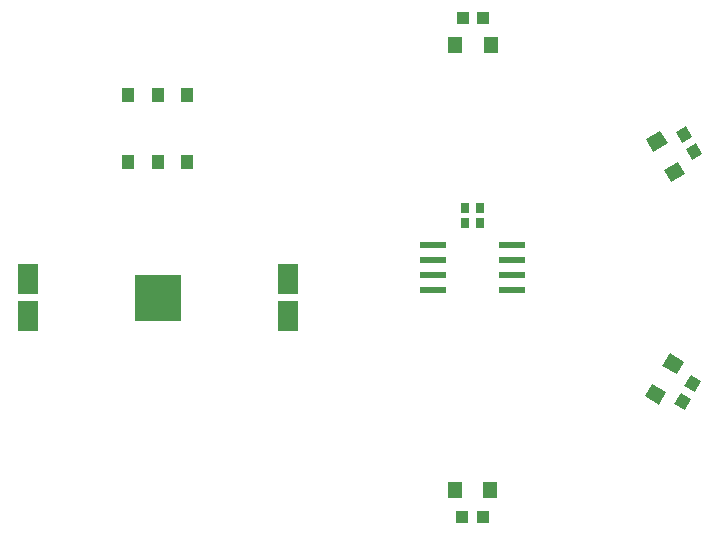
<source format=gbr>
G04 EAGLE Gerber RS-274X export*
G75*
%MOMM*%
%FSLAX34Y34*%
%LPD*%
%INSolderpaste Top*%
%IPPOS*%
%AMOC8*
5,1,8,0,0,1.08239X$1,22.5*%
G01*
%ADD10R,2.209800X0.609600*%
%ADD11R,0.700000X0.900000*%
%ADD12R,1.000000X1.150000*%
%ADD13R,1.778000X2.540000*%
%ADD14R,4.000000X4.000000*%
%ADD15R,1.100000X1.000000*%
%ADD16R,1.200000X1.400000*%


D10*
X404368Y312420D03*
X404368Y299720D03*
X404368Y287020D03*
X404368Y274320D03*
X471678Y274320D03*
X471678Y287020D03*
X471678Y299720D03*
X471678Y312420D03*
D11*
X444650Y344170D03*
X431650Y344170D03*
X444650Y331470D03*
X431650Y331470D03*
D12*
X146450Y383230D03*
X171450Y383230D03*
X196450Y383230D03*
X146450Y439730D03*
X171450Y439730D03*
X196450Y439730D03*
D13*
X61450Y283470D03*
X281450Y283470D03*
X61450Y252470D03*
X281450Y252470D03*
D14*
X171450Y267970D03*
D15*
G36*
X627186Y398759D02*
X632686Y389233D01*
X624026Y384233D01*
X618526Y393759D01*
X627186Y398759D01*
G37*
G36*
X618686Y413481D02*
X624186Y403955D01*
X615526Y398955D01*
X610026Y408481D01*
X618686Y413481D01*
G37*
D16*
G36*
X590997Y391721D02*
X584997Y402113D01*
X597121Y409113D01*
X603121Y398721D01*
X590997Y391721D01*
G37*
G36*
X605997Y365740D02*
X599997Y376132D01*
X612121Y383132D01*
X618121Y372740D01*
X605997Y365740D01*
G37*
D15*
X446850Y504690D03*
X429850Y504690D03*
D16*
X423350Y481830D03*
X453350Y481830D03*
D15*
G36*
X623011Y182609D02*
X617511Y173083D01*
X608851Y178083D01*
X614351Y187609D01*
X623011Y182609D01*
G37*
G36*
X631511Y197331D02*
X626011Y187805D01*
X617351Y192805D01*
X622851Y202331D01*
X631511Y197331D01*
G37*
D16*
G36*
X598822Y210431D02*
X604822Y220823D01*
X616946Y213823D01*
X610946Y203431D01*
X598822Y210431D01*
G37*
G36*
X583822Y184451D02*
X589822Y194843D01*
X601946Y187843D01*
X595946Y177451D01*
X583822Y184451D01*
G37*
D15*
X429450Y82050D03*
X446450Y82050D03*
D16*
X452950Y104910D03*
X422950Y104910D03*
M02*

</source>
